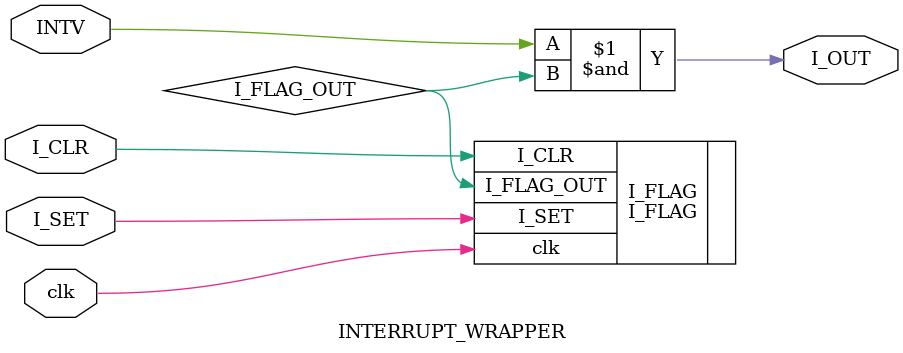
<source format=sv>
module INTERRUPT_WRAPPER(
    input INTV,
    input I_SET,
    input I_CLR,
    input clk,
    output logic I_OUT
    );
    
    logic I_FLAG_OUT;
    
    I_FLAG  I_FLAG(
    .clk    (clk),
    .I_SET  (I_SET),
    .I_CLR  (I_CLR),
    .I_FLAG_OUT (I_FLAG_OUT)
    );
    
    assign I_OUT = INTV & I_FLAG_OUT;
    
endmodule
</source>
